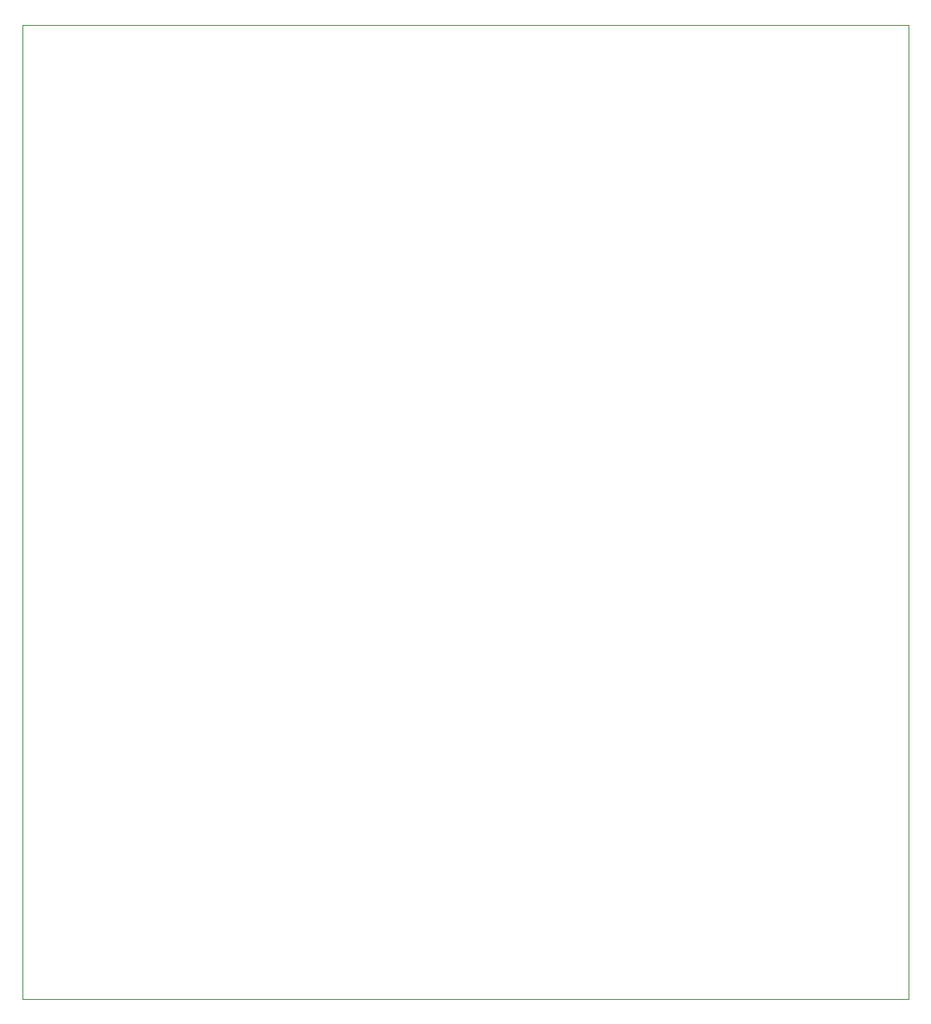
<source format=gbr>
G04 #@! TF.GenerationSoftware,KiCad,Pcbnew,(5.0.2)-1*
G04 #@! TF.CreationDate,2019-09-28T03:40:06+01:00*
G04 #@! TF.ProjectId,mainboard,6d61696e-626f-4617-9264-2e6b69636164,rev?*
G04 #@! TF.SameCoordinates,Original*
G04 #@! TF.FileFunction,Profile,NP*
%FSLAX46Y46*%
G04 Gerber Fmt 4.6, Leading zero omitted, Abs format (unit mm)*
G04 Created by KiCad (PCBNEW (5.0.2)-1) date 28/09/2019 03:40:06*
%MOMM*%
%LPD*%
G01*
G04 APERTURE LIST*
%ADD10C,0.100000*%
G04 APERTURE END LIST*
D10*
X138885307Y-60968880D02*
X138885307Y-160028880D01*
X48715307Y-60968880D02*
X138885307Y-60968880D01*
X48715307Y-160028880D02*
X48715307Y-60968880D01*
X138885307Y-160028880D02*
X48715307Y-160028880D01*
M02*

</source>
